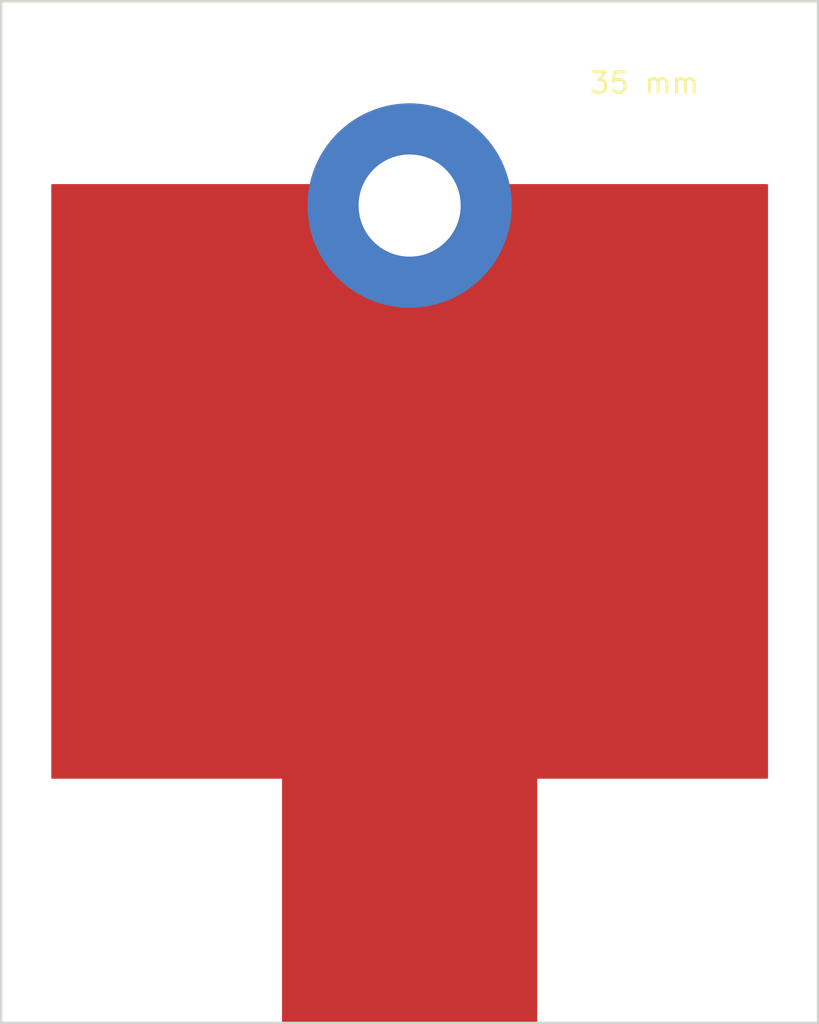
<source format=kicad_pcb>
(kicad_pcb (version 20171130) (host pcbnew "(5.1.5)-3")

  (general
    (thickness 1.6)
    (drawings 5)
    (tracks 0)
    (zones 0)
    (modules 1)
    (nets 1)
  )

  (page A4)
  (title_block
    (title "35 mm Test Board")
    (rev 1.0)
    (company "Würth Elektronik")
    (comment 4 "Dakota Woertink")
  )

  (layers
    (0 F.Cu signal)
    (31 B.Cu signal)
    (32 B.Adhes user)
    (33 F.Adhes user)
    (34 B.Paste user)
    (35 F.Paste user)
    (36 B.SilkS user)
    (37 F.SilkS user)
    (38 B.Mask user)
    (39 F.Mask user)
    (40 Dwgs.User user)
    (41 Cmts.User user)
    (42 Eco1.User user)
    (43 Eco2.User user)
    (44 Edge.Cuts user)
    (45 Margin user)
    (46 B.CrtYd user)
    (47 F.CrtYd user)
    (48 B.Fab user)
    (49 F.Fab user)
  )

  (setup
    (last_trace_width 0.25)
    (trace_clearance 0.2)
    (zone_clearance 0.508)
    (zone_45_only no)
    (trace_min 0.2)
    (via_size 0.8)
    (via_drill 0.4)
    (via_min_size 0.4)
    (via_min_drill 0.3)
    (uvia_size 0.3)
    (uvia_drill 0.1)
    (uvias_allowed no)
    (uvia_min_size 0.2)
    (uvia_min_drill 0.1)
    (edge_width 0.05)
    (segment_width 0.2)
    (pcb_text_width 0.3)
    (pcb_text_size 1.5 1.5)
    (mod_edge_width 0.12)
    (mod_text_size 1 1)
    (mod_text_width 0.15)
    (pad_size 12.5 12.5)
    (pad_drill 0)
    (pad_to_mask_clearance 0.051)
    (solder_mask_min_width 0.25)
    (aux_axis_origin 0 0)
    (visible_elements 7FFFFFFF)
    (pcbplotparams
      (layerselection 0x010fc_ffffffff)
      (usegerberextensions false)
      (usegerberattributes false)
      (usegerberadvancedattributes false)
      (creategerberjobfile false)
      (excludeedgelayer true)
      (linewidth 0.100000)
      (plotframeref false)
      (viasonmask false)
      (mode 1)
      (useauxorigin false)
      (hpglpennumber 1)
      (hpglpenspeed 20)
      (hpglpendiameter 15.000000)
      (psnegative false)
      (psa4output false)
      (plotreference true)
      (plotvalue true)
      (plotinvisibletext false)
      (padsonsilk false)
      (subtractmaskfromsilk false)
      (outputformat 1)
      (mirror false)
      (drillshape 1)
      (scaleselection 1)
      (outputdirectory ""))
  )

  (net 0 "")

  (net_class Default "This is the default net class."
    (clearance 0.2)
    (trace_width 0.25)
    (via_dia 0.8)
    (via_drill 0.4)
    (uvia_dia 0.3)
    (uvia_drill 0.1)
  )

  (module 35_mm:35_mm (layer F.Cu) (tedit 664D0D0D) (tstamp 664D57B8)
    (at 130 90)
    (fp_text reference "35 mm" (at 11.5 -6) (layer F.SilkS)
      (effects (font (size 1 1) (thickness 0.15)))
    )
    (fp_text value 35_mm (at -11 -6.5) (layer F.Fab)
      (effects (font (size 1 1) (thickness 0.15)))
    )
    (pad 2 smd rect (at 0 33.75) (size 12.5 12.5) (layers F.Cu F.Paste F.Mask))
    (pad 1 thru_hole circle (at 0 0 90) (size 10 10) (drill 5) (layers *.Cu *.Mask))
  )

  (gr_line (start 110 130) (end 110 80) (layer Edge.Cuts) (width 0.12))
  (gr_line (start 150 130) (end 110 130) (layer Edge.Cuts) (width 0.12))
  (gr_line (start 150 80) (end 150 130) (layer Edge.Cuts) (width 0.12))
  (gr_line (start 110 80) (end 150 80) (layer Edge.Cuts) (width 0.12))
  (gr_poly (pts (xy 147.5 118) (xy 112.5 118) (xy 112.5 89) (xy 147.5 89)) (layer F.Cu) (width 0.1))

)

</source>
